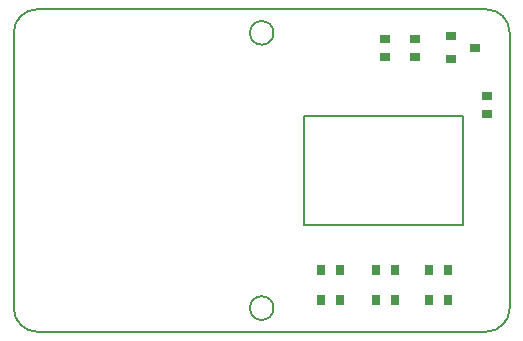
<source format=gtp>
G04 #@! TF.GenerationSoftware,KiCad,Pcbnew,(6.0.2)*
G04 #@! TF.CreationDate,2022-03-23T02:52:59+09:00*
G04 #@! TF.ProjectId,ADNS-9800,41444e53-2d39-4383-9030-2e6b69636164,rev?*
G04 #@! TF.SameCoordinates,Original*
G04 #@! TF.FileFunction,Paste,Top*
G04 #@! TF.FilePolarity,Positive*
%FSLAX46Y46*%
G04 Gerber Fmt 4.6, Leading zero omitted, Abs format (unit mm)*
G04 Created by KiCad (PCBNEW (6.0.2)) date 2022-03-23 02:52:59*
%MOMM*%
%LPD*%
G01*
G04 APERTURE LIST*
G04 #@! TA.AperFunction,Profile*
%ADD10C,0.200000*%
G04 #@! TD*
G04 #@! TA.AperFunction,Profile*
%ADD11C,0.127000*%
G04 #@! TD*
%ADD12R,0.965200X0.762000*%
%ADD13R,0.762000X0.965200*%
%ADD14R,0.900000X0.800000*%
G04 APERTURE END LIST*
D10*
X183499999Y-68500000D02*
G75*
G03*
X181499999Y-66500000I-1999999J1D01*
G01*
X143500000Y-66500000D02*
X181499999Y-66500000D01*
X181499999Y-93800000D02*
X143500000Y-93800000D01*
X163499998Y-91800000D02*
G75*
G03*
X163499998Y-91800000I-999999J0D01*
G01*
X143500000Y-66500000D02*
G75*
G03*
X141500000Y-68500000I-1J-1999999D01*
G01*
X141500000Y-91800000D02*
X141500000Y-68500000D01*
X183499999Y-68500000D02*
X183499999Y-91800000D01*
X181499999Y-93800000D02*
G75*
G03*
X183499999Y-91800000I1J1999999D01*
G01*
X163499999Y-68500000D02*
G75*
G03*
X163499999Y-68500000I-999999J0D01*
G01*
X141500000Y-91800000D02*
G75*
G03*
X143500000Y-93800000I1999999J-1D01*
G01*
D11*
G04 #@! TO.C,U$1*
X179577500Y-75525000D02*
X166117500Y-75525000D01*
X166077500Y-84725000D02*
X179577500Y-84725000D01*
X179577500Y-84725000D02*
X179577500Y-75525000D01*
X166117500Y-75525000D02*
X166077500Y-84725000D01*
G04 #@! TD*
D12*
G04 #@! TO.C,C3*
X181571500Y-75377800D03*
X181571500Y-73803000D03*
G04 #@! TD*
D13*
G04 #@! TO.C,C8*
X176694700Y-91075000D03*
X178269500Y-91075000D03*
G04 #@! TD*
D12*
G04 #@! TO.C,C1*
X175475500Y-68977000D03*
X175475500Y-70551800D03*
G04 #@! TD*
D13*
G04 #@! TO.C,C4*
X169125500Y-88535000D03*
X167550700Y-88535000D03*
G04 #@! TD*
G04 #@! TO.C,C7*
X172173500Y-88535000D03*
X173748300Y-88535000D03*
G04 #@! TD*
D12*
G04 #@! TO.C,C2*
X172935500Y-68977000D03*
X172935500Y-70551800D03*
G04 #@! TD*
D13*
G04 #@! TO.C,C5*
X169125500Y-91075000D03*
X167550700Y-91075000D03*
G04 #@! TD*
G04 #@! TO.C,C6*
X176694700Y-88535000D03*
X178269500Y-88535000D03*
G04 #@! TD*
G04 #@! TO.C,C9*
X172173500Y-91075000D03*
X173748300Y-91075000D03*
G04 #@! TD*
D14*
G04 #@! TO.C,Q1*
X178539500Y-68789000D03*
X178539500Y-70689000D03*
X180539500Y-69739000D03*
G04 #@! TD*
M02*

</source>
